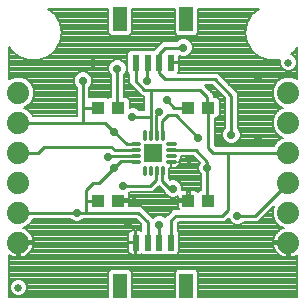
<source format=gtl>
G75*
%MOIN*%
%OFA0B0*%
%FSLAX25Y25*%
%IPPOS*%
%LPD*%
%AMOC8*
5,1,8,0,0,1.08239X$1,22.5*
%
%ADD10C,0.00886*%
%ADD11R,0.06299X0.06299*%
%ADD12R,0.04331X0.03937*%
%ADD13C,0.07400*%
%ADD14R,0.04724X0.07874*%
%ADD15R,0.02362X0.05315*%
%ADD16C,0.02500*%
%ADD17C,0.00800*%
%ADD18C,0.02900*%
%ADD19C,0.01000*%
D10*
X0212749Y0097841D02*
X0212749Y0100301D01*
X0213043Y0100301D01*
X0213043Y0097841D01*
X0212749Y0097841D01*
X0212749Y0098726D02*
X0213043Y0098726D01*
X0213043Y0099611D02*
X0212749Y0099611D01*
X0214718Y0100301D02*
X0214718Y0097841D01*
X0214718Y0100301D02*
X0215012Y0100301D01*
X0215012Y0097841D01*
X0214718Y0097841D01*
X0214718Y0098726D02*
X0215012Y0098726D01*
X0215012Y0099611D02*
X0214718Y0099611D01*
X0216686Y0100301D02*
X0216686Y0097841D01*
X0216686Y0100301D02*
X0216980Y0100301D01*
X0216980Y0097841D01*
X0216686Y0097841D01*
X0216686Y0098726D02*
X0216980Y0098726D01*
X0216980Y0099611D02*
X0216686Y0099611D01*
X0218655Y0100301D02*
X0218655Y0097841D01*
X0218655Y0100301D02*
X0218949Y0100301D01*
X0218949Y0097841D01*
X0218655Y0097841D01*
X0218655Y0098726D02*
X0218949Y0098726D01*
X0218949Y0099611D02*
X0218655Y0099611D01*
X0220493Y0102139D02*
X0222953Y0102139D01*
X0222953Y0101845D01*
X0220493Y0101845D01*
X0220493Y0102139D01*
X0220493Y0104108D02*
X0222953Y0104108D01*
X0222953Y0103814D01*
X0220493Y0103814D01*
X0220493Y0104108D01*
X0220493Y0106076D02*
X0222953Y0106076D01*
X0222953Y0105782D01*
X0220493Y0105782D01*
X0220493Y0106076D01*
X0220493Y0108045D02*
X0222953Y0108045D01*
X0222953Y0107751D01*
X0220493Y0107751D01*
X0220493Y0108045D01*
X0218949Y0109668D02*
X0218949Y0112128D01*
X0218949Y0109668D02*
X0218655Y0109668D01*
X0218655Y0112128D01*
X0218949Y0112128D01*
X0218949Y0110553D02*
X0218655Y0110553D01*
X0218655Y0111438D02*
X0218949Y0111438D01*
X0216980Y0112128D02*
X0216980Y0109668D01*
X0216686Y0109668D01*
X0216686Y0112128D01*
X0216980Y0112128D01*
X0216980Y0110553D02*
X0216686Y0110553D01*
X0216686Y0111438D02*
X0216980Y0111438D01*
X0215012Y0112128D02*
X0215012Y0109668D01*
X0214718Y0109668D01*
X0214718Y0112128D01*
X0215012Y0112128D01*
X0215012Y0110553D02*
X0214718Y0110553D01*
X0214718Y0111438D02*
X0215012Y0111438D01*
X0213043Y0112128D02*
X0213043Y0109668D01*
X0212749Y0109668D01*
X0212749Y0112128D01*
X0213043Y0112128D01*
X0213043Y0110553D02*
X0212749Y0110553D01*
X0212749Y0111438D02*
X0213043Y0111438D01*
X0211126Y0107790D02*
X0208666Y0107790D01*
X0208666Y0108084D01*
X0211126Y0108084D01*
X0211126Y0107790D01*
X0211126Y0105822D02*
X0208666Y0105822D01*
X0208666Y0106116D01*
X0211126Y0106116D01*
X0211126Y0105822D01*
X0211126Y0103853D02*
X0208666Y0103853D01*
X0208666Y0104147D01*
X0211126Y0104147D01*
X0211126Y0103853D01*
X0211126Y0101884D02*
X0208666Y0101884D01*
X0208666Y0102178D01*
X0211126Y0102178D01*
X0211126Y0101884D01*
D11*
X0215833Y0105000D03*
D12*
X0204180Y0120000D03*
X0197487Y0120000D03*
X0227487Y0120000D03*
X0234180Y0120000D03*
X0234180Y0089000D03*
X0227487Y0089000D03*
X0204180Y0089000D03*
X0197487Y0089000D03*
D13*
X0170833Y0085000D03*
X0170833Y0075000D03*
X0170833Y0095000D03*
X0170833Y0105000D03*
X0170833Y0115000D03*
X0170833Y0125000D03*
X0260833Y0125000D03*
X0260833Y0115000D03*
X0260833Y0105000D03*
X0260833Y0095000D03*
X0260833Y0085000D03*
X0260833Y0075000D03*
D14*
X0226857Y0060531D03*
X0204810Y0060531D03*
X0204810Y0149469D03*
X0226857Y0149469D03*
D15*
X0221739Y0135000D03*
X0217802Y0135000D03*
X0213865Y0135000D03*
X0209928Y0135000D03*
X0209928Y0075000D03*
X0213865Y0075000D03*
X0217802Y0075000D03*
X0221739Y0075000D03*
D16*
X0170833Y0060000D03*
X0260833Y0135000D03*
D17*
X0167833Y0070876D02*
X0167833Y0057000D01*
X0200848Y0057000D01*
X0200848Y0065131D01*
X0201785Y0066068D01*
X0207835Y0066068D01*
X0208772Y0065131D01*
X0208772Y0057000D01*
X0222895Y0057000D01*
X0222895Y0065131D01*
X0223832Y0066068D01*
X0229882Y0066068D01*
X0230819Y0065131D01*
X0230819Y0057000D01*
X0263833Y0057000D01*
X0263833Y0070876D01*
X0263506Y0070638D01*
X0262791Y0070274D01*
X0262028Y0070026D01*
X0261235Y0069900D01*
X0261233Y0069900D01*
X0261233Y0074600D01*
X0260433Y0074600D01*
X0255733Y0074600D01*
X0255733Y0074599D01*
X0255859Y0073806D01*
X0256107Y0073042D01*
X0256471Y0072327D01*
X0256943Y0071678D01*
X0257511Y0071110D01*
X0258160Y0070638D01*
X0258876Y0070274D01*
X0259639Y0070026D01*
X0260432Y0069900D01*
X0260433Y0069900D01*
X0260433Y0074600D01*
X0260433Y0075400D01*
X0255733Y0075400D01*
X0255733Y0075401D01*
X0255859Y0076194D01*
X0256107Y0076958D01*
X0256471Y0077673D01*
X0256943Y0078322D01*
X0257511Y0078890D01*
X0258160Y0079362D01*
X0258876Y0079726D01*
X0259346Y0079879D01*
X0257831Y0080507D01*
X0256340Y0081998D01*
X0255533Y0083946D01*
X0255533Y0086054D01*
X0256011Y0087208D01*
X0251933Y0083130D01*
X0250703Y0081900D01*
X0246047Y0081900D01*
X0245561Y0081414D01*
X0244440Y0080950D01*
X0243227Y0080950D01*
X0242106Y0081414D01*
X0241248Y0082272D01*
X0240904Y0083101D01*
X0239703Y0081900D01*
X0224203Y0081900D01*
X0223933Y0081630D01*
X0223933Y0078907D01*
X0224520Y0078320D01*
X0224520Y0071680D01*
X0223583Y0070743D01*
X0219895Y0070743D01*
X0219770Y0070867D01*
X0219646Y0070743D01*
X0215958Y0070743D01*
X0215833Y0070867D01*
X0215709Y0070743D01*
X0212021Y0070743D01*
X0211698Y0071066D01*
X0211649Y0071038D01*
X0211293Y0070943D01*
X0210118Y0070943D01*
X0210118Y0074809D01*
X0209737Y0074809D01*
X0209737Y0070943D01*
X0208562Y0070943D01*
X0208206Y0071038D01*
X0207887Y0071222D01*
X0207626Y0071483D01*
X0207442Y0071802D01*
X0207347Y0072158D01*
X0207347Y0074809D01*
X0209737Y0074809D01*
X0209737Y0075191D01*
X0209737Y0079057D01*
X0208562Y0079057D01*
X0208206Y0078962D01*
X0207887Y0078778D01*
X0207626Y0078517D01*
X0207442Y0078198D01*
X0207347Y0077842D01*
X0207347Y0075191D01*
X0209737Y0075191D01*
X0210118Y0075191D01*
X0210118Y0079057D01*
X0211293Y0079057D01*
X0211649Y0078962D01*
X0211698Y0078934D01*
X0211765Y0079001D01*
X0211765Y0081099D01*
X0209963Y0082900D01*
X0192547Y0082900D01*
X0192061Y0082414D01*
X0190940Y0081950D01*
X0189727Y0081950D01*
X0188606Y0082414D01*
X0188120Y0082900D01*
X0175700Y0082900D01*
X0175326Y0081998D01*
X0173836Y0080507D01*
X0172320Y0079879D01*
X0172791Y0079726D01*
X0173506Y0079362D01*
X0174156Y0078890D01*
X0174723Y0078322D01*
X0175195Y0077673D01*
X0175560Y0076958D01*
X0175808Y0076194D01*
X0175933Y0075401D01*
X0175933Y0075400D01*
X0171233Y0075400D01*
X0171233Y0074600D01*
X0171233Y0069900D01*
X0171235Y0069900D01*
X0172028Y0070026D01*
X0172791Y0070274D01*
X0173506Y0070638D01*
X0174156Y0071110D01*
X0174723Y0071678D01*
X0175195Y0072327D01*
X0175560Y0073042D01*
X0175808Y0073806D01*
X0175933Y0074599D01*
X0175933Y0074600D01*
X0171233Y0074600D01*
X0170433Y0074600D01*
X0170433Y0069900D01*
X0170432Y0069900D01*
X0169639Y0070026D01*
X0168876Y0070274D01*
X0168160Y0070638D01*
X0167833Y0070876D01*
X0167833Y0070172D02*
X0169189Y0070172D01*
X0170433Y0070172D02*
X0171233Y0070172D01*
X0171233Y0070970D02*
X0170433Y0070970D01*
X0170433Y0071769D02*
X0171233Y0071769D01*
X0171233Y0072567D02*
X0170433Y0072567D01*
X0170433Y0073366D02*
X0171233Y0073366D01*
X0171233Y0074164D02*
X0170433Y0074164D01*
X0171233Y0074963D02*
X0209737Y0074963D01*
X0209737Y0075761D02*
X0210118Y0075761D01*
X0210118Y0076560D02*
X0209737Y0076560D01*
X0209737Y0077358D02*
X0210118Y0077358D01*
X0210118Y0078157D02*
X0209737Y0078157D01*
X0209737Y0078955D02*
X0210118Y0078955D01*
X0211661Y0078955D02*
X0211719Y0078955D01*
X0211765Y0079754D02*
X0172706Y0079754D01*
X0173881Y0080552D02*
X0211765Y0080552D01*
X0211513Y0081351D02*
X0174680Y0081351D01*
X0175389Y0082149D02*
X0189245Y0082149D01*
X0191421Y0082149D02*
X0210714Y0082149D01*
X0213460Y0085343D02*
X0221707Y0085343D01*
X0221233Y0084870D02*
X0221233Y0084870D01*
X0222463Y0086100D01*
X0224273Y0086100D01*
X0224201Y0086172D01*
X0224017Y0086491D01*
X0223922Y0086847D01*
X0223922Y0088600D01*
X0227087Y0088600D01*
X0227087Y0089400D01*
X0227087Y0092368D01*
X0225373Y0092368D01*
X0225383Y0092393D01*
X0225383Y0093607D01*
X0224919Y0094728D01*
X0224061Y0095586D01*
X0222940Y0096050D01*
X0221727Y0096050D01*
X0221392Y0095911D01*
X0220902Y0096401D01*
X0220902Y0096904D01*
X0220992Y0096994D01*
X0220992Y0100002D01*
X0221723Y0100002D01*
X0221723Y0101770D01*
X0221723Y0101770D01*
X0221723Y0100002D01*
X0223196Y0100002D01*
X0223665Y0100127D01*
X0224085Y0100370D01*
X0224428Y0100713D01*
X0224671Y0101133D01*
X0224796Y0101602D01*
X0224796Y0101992D01*
X0224022Y0101992D01*
X0224796Y0101992D01*
X0224796Y0102382D01*
X0224715Y0102686D01*
X0224996Y0102967D01*
X0224996Y0103829D01*
X0229034Y0103829D01*
X0231215Y0101649D01*
X0230783Y0100607D01*
X0230783Y0099393D01*
X0231248Y0098272D01*
X0231733Y0097787D01*
X0231733Y0092568D01*
X0231352Y0092568D01*
X0230692Y0091909D01*
X0230512Y0092089D01*
X0230193Y0092273D01*
X0229837Y0092368D01*
X0227887Y0092368D01*
X0227887Y0089400D01*
X0227087Y0089400D01*
X0223922Y0089400D01*
X0223922Y0090357D01*
X0222940Y0089950D01*
X0221727Y0089950D01*
X0220606Y0090414D01*
X0219748Y0091272D01*
X0219505Y0091859D01*
X0219233Y0092130D01*
X0217932Y0093431D01*
X0217583Y0093780D01*
X0216933Y0093130D01*
X0215703Y0091900D01*
X0208047Y0091900D01*
X0207651Y0091504D01*
X0207745Y0091153D01*
X0207745Y0089400D01*
X0204580Y0089400D01*
X0204580Y0088600D01*
X0207745Y0088600D01*
X0207745Y0087100D01*
X0211703Y0087100D01*
X0212933Y0085870D01*
X0212933Y0085870D01*
X0215662Y0083142D01*
X0216106Y0083586D01*
X0217227Y0084050D01*
X0218440Y0084050D01*
X0219561Y0083586D01*
X0219755Y0083392D01*
X0220963Y0084600D01*
X0220963Y0084600D01*
X0221233Y0084870D01*
X0220908Y0084545D02*
X0214258Y0084545D01*
X0215057Y0083746D02*
X0216494Y0083746D01*
X0219173Y0083746D02*
X0220110Y0083746D01*
X0223933Y0081351D02*
X0242259Y0081351D01*
X0241371Y0082149D02*
X0239953Y0082149D01*
X0240751Y0082948D02*
X0240968Y0082948D01*
X0245408Y0081351D02*
X0256987Y0081351D01*
X0256277Y0082149D02*
X0250953Y0082149D01*
X0251751Y0082948D02*
X0255947Y0082948D01*
X0255616Y0083746D02*
X0252550Y0083746D01*
X0253348Y0084545D02*
X0255533Y0084545D01*
X0255533Y0085343D02*
X0254147Y0085343D01*
X0254945Y0086142D02*
X0255570Y0086142D01*
X0255744Y0086940D02*
X0255900Y0086940D01*
X0257786Y0080552D02*
X0223933Y0080552D01*
X0223933Y0079754D02*
X0258960Y0079754D01*
X0257601Y0078955D02*
X0223933Y0078955D01*
X0224520Y0078157D02*
X0256823Y0078157D01*
X0256311Y0077358D02*
X0224520Y0077358D01*
X0224520Y0076560D02*
X0255978Y0076560D01*
X0255790Y0075761D02*
X0224520Y0075761D01*
X0224520Y0074963D02*
X0260433Y0074963D01*
X0260433Y0074164D02*
X0261233Y0074164D01*
X0261233Y0073366D02*
X0260433Y0073366D01*
X0260433Y0072567D02*
X0261233Y0072567D01*
X0261233Y0071769D02*
X0260433Y0071769D01*
X0260433Y0070970D02*
X0261233Y0070970D01*
X0261233Y0070172D02*
X0260433Y0070172D01*
X0259189Y0070172D02*
X0172477Y0070172D01*
X0173963Y0070970D02*
X0208459Y0070970D01*
X0207461Y0071769D02*
X0174790Y0071769D01*
X0175318Y0072567D02*
X0207347Y0072567D01*
X0207347Y0073366D02*
X0175665Y0073366D01*
X0175865Y0074164D02*
X0207347Y0074164D01*
X0207347Y0075761D02*
X0175876Y0075761D01*
X0175689Y0076560D02*
X0207347Y0076560D01*
X0207347Y0077358D02*
X0175356Y0077358D01*
X0174844Y0078157D02*
X0207431Y0078157D01*
X0208195Y0078955D02*
X0174066Y0078955D01*
X0167833Y0069373D02*
X0263833Y0069373D01*
X0263833Y0068575D02*
X0167833Y0068575D01*
X0167833Y0067776D02*
X0263833Y0067776D01*
X0263833Y0066978D02*
X0167833Y0066978D01*
X0167833Y0066179D02*
X0263833Y0066179D01*
X0263833Y0065381D02*
X0230570Y0065381D01*
X0230819Y0064582D02*
X0263833Y0064582D01*
X0263833Y0063784D02*
X0230819Y0063784D01*
X0230819Y0062985D02*
X0263833Y0062985D01*
X0263833Y0062187D02*
X0230819Y0062187D01*
X0230819Y0061388D02*
X0263833Y0061388D01*
X0263833Y0060590D02*
X0230819Y0060590D01*
X0230819Y0059791D02*
X0263833Y0059791D01*
X0263833Y0058993D02*
X0230819Y0058993D01*
X0230819Y0058194D02*
X0263833Y0058194D01*
X0263833Y0057396D02*
X0230819Y0057396D01*
X0222895Y0057396D02*
X0208772Y0057396D01*
X0208772Y0058194D02*
X0222895Y0058194D01*
X0222895Y0058993D02*
X0208772Y0058993D01*
X0208772Y0059791D02*
X0222895Y0059791D01*
X0222895Y0060590D02*
X0208772Y0060590D01*
X0208772Y0061388D02*
X0222895Y0061388D01*
X0222895Y0062187D02*
X0208772Y0062187D01*
X0208772Y0062985D02*
X0222895Y0062985D01*
X0222895Y0063784D02*
X0208772Y0063784D01*
X0208772Y0064582D02*
X0222895Y0064582D01*
X0223144Y0065381D02*
X0208522Y0065381D01*
X0201097Y0065381D02*
X0167833Y0065381D01*
X0167833Y0064582D02*
X0200848Y0064582D01*
X0200848Y0063784D02*
X0167833Y0063784D01*
X0167833Y0062985D02*
X0200848Y0062985D01*
X0200848Y0062187D02*
X0172677Y0062187D01*
X0172448Y0062416D02*
X0171400Y0062850D01*
X0170266Y0062850D01*
X0169219Y0062416D01*
X0168417Y0061614D01*
X0167983Y0060567D01*
X0167983Y0059433D01*
X0168417Y0058386D01*
X0169219Y0057584D01*
X0170266Y0057150D01*
X0171400Y0057150D01*
X0172448Y0057584D01*
X0173249Y0058386D01*
X0173683Y0059433D01*
X0173683Y0060567D01*
X0173249Y0061614D01*
X0172448Y0062416D01*
X0173343Y0061388D02*
X0200848Y0061388D01*
X0200848Y0060590D02*
X0173674Y0060590D01*
X0173683Y0059791D02*
X0200848Y0059791D01*
X0200848Y0058993D02*
X0173501Y0058993D01*
X0173058Y0058194D02*
X0200848Y0058194D01*
X0200848Y0057396D02*
X0171993Y0057396D01*
X0169674Y0057396D02*
X0167833Y0057396D01*
X0167833Y0058194D02*
X0168609Y0058194D01*
X0168166Y0058993D02*
X0167833Y0058993D01*
X0167833Y0059791D02*
X0167983Y0059791D01*
X0167993Y0060590D02*
X0167833Y0060590D01*
X0167833Y0061388D02*
X0168323Y0061388D01*
X0167833Y0062187D02*
X0168989Y0062187D01*
X0209737Y0070970D02*
X0210118Y0070970D01*
X0210118Y0071769D02*
X0209737Y0071769D01*
X0209737Y0072567D02*
X0210118Y0072567D01*
X0210118Y0073366D02*
X0209737Y0073366D01*
X0209737Y0074164D02*
X0210118Y0074164D01*
X0211397Y0070970D02*
X0211793Y0070970D01*
X0223810Y0070970D02*
X0257703Y0070970D01*
X0256877Y0071769D02*
X0224520Y0071769D01*
X0224520Y0072567D02*
X0256349Y0072567D01*
X0256002Y0073366D02*
X0224520Y0073366D01*
X0224520Y0074164D02*
X0255802Y0074164D01*
X0262477Y0070172D02*
X0263833Y0070172D01*
X0227887Y0090134D02*
X0227087Y0090134D01*
X0227087Y0089336D02*
X0204580Y0089336D01*
X0207745Y0090134D02*
X0221281Y0090134D01*
X0220087Y0090933D02*
X0207745Y0090933D01*
X0207878Y0091732D02*
X0219557Y0091732D01*
X0218833Y0092530D02*
X0216333Y0092530D01*
X0217132Y0093329D02*
X0218035Y0093329D01*
X0220902Y0096523D02*
X0231733Y0096523D01*
X0231733Y0097321D02*
X0220992Y0097321D01*
X0220992Y0098120D02*
X0231400Y0098120D01*
X0230980Y0098918D02*
X0220992Y0098918D01*
X0220992Y0099717D02*
X0230783Y0099717D01*
X0230783Y0100515D02*
X0224230Y0100515D01*
X0224719Y0101314D02*
X0231076Y0101314D01*
X0230751Y0102112D02*
X0224796Y0102112D01*
X0224022Y0101992D02*
X0224022Y0101992D01*
X0224940Y0102911D02*
X0229953Y0102911D01*
X0229154Y0103709D02*
X0224996Y0103709D01*
X0221723Y0101314D02*
X0221723Y0101314D01*
X0221723Y0100515D02*
X0221723Y0100515D01*
X0223727Y0095724D02*
X0231733Y0095724D01*
X0231733Y0094926D02*
X0224721Y0094926D01*
X0225168Y0094127D02*
X0231733Y0094127D01*
X0231733Y0093329D02*
X0225383Y0093329D01*
X0225383Y0092530D02*
X0231313Y0092530D01*
X0227887Y0091732D02*
X0227087Y0091732D01*
X0227087Y0090933D02*
X0227887Y0090933D01*
X0223922Y0090134D02*
X0223385Y0090134D01*
X0223922Y0088537D02*
X0207745Y0088537D01*
X0207745Y0087739D02*
X0223922Y0087739D01*
X0223922Y0086940D02*
X0211863Y0086940D01*
X0212661Y0086142D02*
X0224231Y0086142D01*
X0236703Y0107100D02*
X0236280Y0107523D01*
X0236280Y0116431D01*
X0237008Y0116431D01*
X0237945Y0117369D01*
X0237945Y0122631D01*
X0237008Y0123568D01*
X0235933Y0123568D01*
X0235933Y0124370D01*
X0233433Y0126870D01*
X0232903Y0127400D01*
X0235463Y0127400D01*
X0239733Y0123130D01*
X0239733Y0113213D01*
X0239248Y0112728D01*
X0238783Y0111607D01*
X0238783Y0110393D01*
X0239248Y0109272D01*
X0240106Y0108414D01*
X0241227Y0107950D01*
X0242440Y0107950D01*
X0243561Y0108414D01*
X0244419Y0109272D01*
X0244883Y0110393D01*
X0244883Y0111607D01*
X0244419Y0112728D01*
X0243933Y0113213D01*
X0243933Y0124870D01*
X0242703Y0126100D01*
X0237203Y0131600D01*
X0224108Y0131600D01*
X0224225Y0131802D01*
X0224320Y0132158D01*
X0224320Y0134809D01*
X0221929Y0134809D01*
X0221929Y0135191D01*
X0224320Y0135191D01*
X0224320Y0137326D01*
X0225227Y0136950D01*
X0226440Y0136950D01*
X0227561Y0137414D01*
X0228419Y0138272D01*
X0228883Y0139393D01*
X0228883Y0140607D01*
X0228419Y0141728D01*
X0227561Y0142586D01*
X0226440Y0143050D01*
X0225227Y0143050D01*
X0224106Y0142586D01*
X0223620Y0142100D01*
X0218963Y0142100D01*
X0217733Y0140870D01*
X0216121Y0139257D01*
X0215958Y0139257D01*
X0215833Y0139133D01*
X0215709Y0139257D01*
X0212021Y0139257D01*
X0211896Y0139133D01*
X0211772Y0139257D01*
X0208084Y0139257D01*
X0207147Y0138320D01*
X0207147Y0131680D01*
X0207828Y0130999D01*
X0207828Y0128036D01*
X0211963Y0123900D01*
X0212765Y0123900D01*
X0212765Y0119100D01*
X0211047Y0119100D01*
X0210561Y0119586D01*
X0209440Y0120050D01*
X0208227Y0120050D01*
X0207945Y0119933D01*
X0207945Y0122631D01*
X0207008Y0123568D01*
X0205933Y0123568D01*
X0205933Y0130787D01*
X0206419Y0131272D01*
X0206883Y0132393D01*
X0206883Y0133607D01*
X0206419Y0134728D01*
X0205561Y0135586D01*
X0204440Y0136050D01*
X0203227Y0136050D01*
X0202106Y0135586D01*
X0201248Y0134728D01*
X0200783Y0133607D01*
X0200783Y0132393D01*
X0201248Y0131272D01*
X0201733Y0130787D01*
X0201733Y0123568D01*
X0201352Y0123568D01*
X0200833Y0123050D01*
X0200315Y0123568D01*
X0194659Y0123568D01*
X0194433Y0123343D01*
X0194433Y0126787D01*
X0194919Y0127272D01*
X0195383Y0128393D01*
X0195383Y0129607D01*
X0194919Y0130728D01*
X0194061Y0131586D01*
X0192940Y0132050D01*
X0191727Y0132050D01*
X0190606Y0131586D01*
X0189748Y0130728D01*
X0189283Y0129607D01*
X0189283Y0128393D01*
X0189748Y0127272D01*
X0190233Y0126787D01*
X0190233Y0117100D01*
X0175700Y0117100D01*
X0175326Y0118002D01*
X0173836Y0119493D01*
X0172612Y0120000D01*
X0173836Y0120507D01*
X0175326Y0121998D01*
X0176133Y0123946D01*
X0176133Y0126054D01*
X0175326Y0128002D01*
X0173836Y0129493D01*
X0171888Y0130300D01*
X0169779Y0130300D01*
X0167833Y0129494D01*
X0167833Y0140256D01*
X0168599Y0138930D01*
X0171112Y0136822D01*
X0174193Y0135700D01*
X0177473Y0135700D01*
X0180555Y0136822D01*
X0183067Y0138930D01*
X0183067Y0138930D01*
X0184707Y0141770D01*
X0184707Y0141770D01*
X0185277Y0145000D01*
X0184707Y0148230D01*
X0183067Y0151070D01*
X0180767Y0153000D01*
X0200848Y0153000D01*
X0200848Y0144869D01*
X0201785Y0143931D01*
X0207835Y0143931D01*
X0208772Y0144869D01*
X0208772Y0153000D01*
X0222895Y0153000D01*
X0222895Y0144869D01*
X0223832Y0143931D01*
X0229882Y0143931D01*
X0230819Y0144869D01*
X0230819Y0153000D01*
X0250899Y0153000D01*
X0248599Y0151070D01*
X0246959Y0148230D01*
X0246390Y0145000D01*
X0246959Y0141770D01*
X0248599Y0138930D01*
X0251112Y0136822D01*
X0254193Y0135700D01*
X0257473Y0135700D01*
X0258139Y0135942D01*
X0257983Y0135567D01*
X0257983Y0134433D01*
X0258417Y0133386D01*
X0259219Y0132584D01*
X0260266Y0132150D01*
X0261400Y0132150D01*
X0262448Y0132584D01*
X0263249Y0133386D01*
X0263683Y0134433D01*
X0263683Y0135567D01*
X0263249Y0136614D01*
X0262448Y0137416D01*
X0261655Y0137745D01*
X0263067Y0138930D01*
X0263833Y0140256D01*
X0263833Y0129494D01*
X0261888Y0130300D01*
X0259779Y0130300D01*
X0257831Y0129493D01*
X0256340Y0128002D01*
X0255533Y0126054D01*
X0255533Y0123946D01*
X0256340Y0121998D01*
X0257831Y0120507D01*
X0259055Y0120000D01*
X0257831Y0119493D01*
X0256340Y0118002D01*
X0255533Y0116054D01*
X0255533Y0113946D01*
X0256340Y0111998D01*
X0257831Y0110507D01*
X0259055Y0110000D01*
X0257831Y0109493D01*
X0256340Y0108002D01*
X0255966Y0107100D01*
X0236703Y0107100D01*
X0236280Y0107702D02*
X0256216Y0107702D01*
X0256838Y0108500D02*
X0243647Y0108500D01*
X0244430Y0109299D02*
X0257637Y0109299D01*
X0258820Y0110097D02*
X0244761Y0110097D01*
X0244883Y0110896D02*
X0257442Y0110896D01*
X0256644Y0111694D02*
X0244847Y0111694D01*
X0244516Y0112493D02*
X0256135Y0112493D01*
X0255804Y0113291D02*
X0243933Y0113291D01*
X0243933Y0114090D02*
X0255533Y0114090D01*
X0255533Y0114888D02*
X0243933Y0114888D01*
X0243933Y0115687D02*
X0255533Y0115687D01*
X0255712Y0116485D02*
X0243933Y0116485D01*
X0243933Y0117284D02*
X0256043Y0117284D01*
X0256420Y0118082D02*
X0243933Y0118082D01*
X0243933Y0118881D02*
X0257219Y0118881D01*
X0258281Y0119679D02*
X0243933Y0119679D01*
X0243933Y0120478D02*
X0257901Y0120478D01*
X0257062Y0121276D02*
X0243933Y0121276D01*
X0243933Y0122075D02*
X0256308Y0122075D01*
X0255977Y0122873D02*
X0243933Y0122873D01*
X0243933Y0123672D02*
X0255647Y0123672D01*
X0255533Y0124470D02*
X0243933Y0124470D01*
X0243534Y0125269D02*
X0255533Y0125269D01*
X0255539Y0126068D02*
X0242736Y0126068D01*
X0241937Y0126866D02*
X0255870Y0126866D01*
X0256200Y0127665D02*
X0241139Y0127665D01*
X0240340Y0128463D02*
X0256801Y0128463D01*
X0257600Y0129262D02*
X0239542Y0129262D01*
X0238743Y0130060D02*
X0259200Y0130060D01*
X0262467Y0130060D02*
X0263833Y0130060D01*
X0263833Y0130859D02*
X0237945Y0130859D01*
X0235997Y0126866D02*
X0233437Y0126866D01*
X0234236Y0126068D02*
X0236796Y0126068D01*
X0237594Y0125269D02*
X0235034Y0125269D01*
X0235833Y0124470D02*
X0238393Y0124470D01*
X0239191Y0123672D02*
X0235933Y0123672D01*
X0237703Y0122873D02*
X0239733Y0122873D01*
X0239733Y0122075D02*
X0237945Y0122075D01*
X0237945Y0121276D02*
X0239733Y0121276D01*
X0239733Y0120478D02*
X0237945Y0120478D01*
X0237945Y0119679D02*
X0239733Y0119679D01*
X0239733Y0118881D02*
X0237945Y0118881D01*
X0237945Y0118082D02*
X0239733Y0118082D01*
X0239733Y0117284D02*
X0237860Y0117284D01*
X0237062Y0116485D02*
X0239733Y0116485D01*
X0239733Y0115687D02*
X0236280Y0115687D01*
X0236280Y0114888D02*
X0239733Y0114888D01*
X0239733Y0114090D02*
X0236280Y0114090D01*
X0236280Y0113291D02*
X0239733Y0113291D01*
X0239150Y0112493D02*
X0236280Y0112493D01*
X0236280Y0111694D02*
X0238820Y0111694D01*
X0238783Y0110896D02*
X0236280Y0110896D01*
X0236280Y0110097D02*
X0238906Y0110097D01*
X0239237Y0109299D02*
X0236280Y0109299D01*
X0236280Y0108500D02*
X0240020Y0108500D01*
X0212765Y0119679D02*
X0210335Y0119679D01*
X0207945Y0120478D02*
X0212765Y0120478D01*
X0212765Y0121276D02*
X0207945Y0121276D01*
X0207945Y0122075D02*
X0212765Y0122075D01*
X0212765Y0122873D02*
X0207703Y0122873D01*
X0205933Y0123672D02*
X0212765Y0123672D01*
X0211393Y0124470D02*
X0205933Y0124470D01*
X0205933Y0125269D02*
X0210594Y0125269D01*
X0209796Y0126068D02*
X0205933Y0126068D01*
X0205933Y0126866D02*
X0208997Y0126866D01*
X0208199Y0127665D02*
X0205933Y0127665D01*
X0205933Y0128463D02*
X0207828Y0128463D01*
X0207828Y0129262D02*
X0205933Y0129262D01*
X0205933Y0130060D02*
X0207828Y0130060D01*
X0207828Y0130859D02*
X0206005Y0130859D01*
X0206578Y0131657D02*
X0207169Y0131657D01*
X0207147Y0132456D02*
X0206883Y0132456D01*
X0206883Y0133254D02*
X0207147Y0133254D01*
X0207147Y0134053D02*
X0206699Y0134053D01*
X0206296Y0134851D02*
X0207147Y0134851D01*
X0207147Y0135650D02*
X0205407Y0135650D01*
X0207147Y0136448D02*
X0179529Y0136448D01*
X0181061Y0137247D02*
X0207147Y0137247D01*
X0207147Y0138045D02*
X0182013Y0138045D01*
X0182965Y0138844D02*
X0207670Y0138844D01*
X0202260Y0135650D02*
X0167833Y0135650D01*
X0167833Y0136448D02*
X0172138Y0136448D01*
X0171112Y0136822D02*
X0171112Y0136822D01*
X0170605Y0137247D02*
X0167833Y0137247D01*
X0167833Y0138045D02*
X0169654Y0138045D01*
X0168702Y0138844D02*
X0167833Y0138844D01*
X0168599Y0138930D02*
X0168599Y0138930D01*
X0168188Y0139642D02*
X0167833Y0139642D01*
X0167833Y0134851D02*
X0201371Y0134851D01*
X0200968Y0134053D02*
X0167833Y0134053D01*
X0167833Y0133254D02*
X0200783Y0133254D01*
X0200783Y0132456D02*
X0167833Y0132456D01*
X0167833Y0131657D02*
X0190778Y0131657D01*
X0189879Y0130859D02*
X0167833Y0130859D01*
X0167833Y0130060D02*
X0169200Y0130060D01*
X0172467Y0130060D02*
X0189471Y0130060D01*
X0189283Y0129262D02*
X0174067Y0129262D01*
X0174866Y0128463D02*
X0189283Y0128463D01*
X0189585Y0127665D02*
X0175466Y0127665D01*
X0175797Y0126866D02*
X0190154Y0126866D01*
X0190233Y0126068D02*
X0176128Y0126068D01*
X0176133Y0125269D02*
X0190233Y0125269D01*
X0190233Y0124470D02*
X0176133Y0124470D01*
X0176020Y0123672D02*
X0190233Y0123672D01*
X0190233Y0122873D02*
X0175689Y0122873D01*
X0175358Y0122075D02*
X0190233Y0122075D01*
X0190233Y0121276D02*
X0174605Y0121276D01*
X0173766Y0120478D02*
X0190233Y0120478D01*
X0190233Y0119679D02*
X0173386Y0119679D01*
X0174448Y0118881D02*
X0190233Y0118881D01*
X0190233Y0118082D02*
X0175246Y0118082D01*
X0175624Y0117284D02*
X0190233Y0117284D01*
X0194433Y0123672D02*
X0201733Y0123672D01*
X0201733Y0124470D02*
X0194433Y0124470D01*
X0194433Y0125269D02*
X0201733Y0125269D01*
X0201733Y0126068D02*
X0194433Y0126068D01*
X0194513Y0126866D02*
X0201733Y0126866D01*
X0201733Y0127665D02*
X0195081Y0127665D01*
X0195383Y0128463D02*
X0201733Y0128463D01*
X0201733Y0129262D02*
X0195383Y0129262D01*
X0195196Y0130060D02*
X0201733Y0130060D01*
X0201661Y0130859D02*
X0194788Y0130859D01*
X0193889Y0131657D02*
X0201088Y0131657D01*
X0216506Y0139642D02*
X0183479Y0139642D01*
X0183940Y0140441D02*
X0217304Y0140441D01*
X0218103Y0141239D02*
X0184401Y0141239D01*
X0184754Y0142038D02*
X0218901Y0142038D01*
X0223330Y0144433D02*
X0208336Y0144433D01*
X0208772Y0145232D02*
X0222895Y0145232D01*
X0222895Y0146030D02*
X0208772Y0146030D01*
X0208772Y0146829D02*
X0222895Y0146829D01*
X0222895Y0147627D02*
X0208772Y0147627D01*
X0208772Y0148426D02*
X0222895Y0148426D01*
X0222895Y0149224D02*
X0208772Y0149224D01*
X0208772Y0150023D02*
X0222895Y0150023D01*
X0222895Y0150821D02*
X0208772Y0150821D01*
X0208772Y0151620D02*
X0222895Y0151620D01*
X0222895Y0152418D02*
X0208772Y0152418D01*
X0200848Y0152418D02*
X0181461Y0152418D01*
X0182412Y0151620D02*
X0200848Y0151620D01*
X0200848Y0150821D02*
X0183211Y0150821D01*
X0183067Y0151070D02*
X0183067Y0151070D01*
X0183672Y0150023D02*
X0200848Y0150023D01*
X0200848Y0149224D02*
X0184133Y0149224D01*
X0184594Y0148426D02*
X0200848Y0148426D01*
X0200848Y0147627D02*
X0184814Y0147627D01*
X0184707Y0148230D02*
X0184707Y0148230D01*
X0184954Y0146829D02*
X0200848Y0146829D01*
X0200848Y0146030D02*
X0185095Y0146030D01*
X0185236Y0145232D02*
X0200848Y0145232D01*
X0201283Y0144433D02*
X0185177Y0144433D01*
X0185277Y0145000D02*
X0185277Y0145000D01*
X0185036Y0143635D02*
X0246631Y0143635D01*
X0246490Y0144433D02*
X0230384Y0144433D01*
X0230819Y0145232D02*
X0246431Y0145232D01*
X0246390Y0145000D02*
X0246390Y0145000D01*
X0246572Y0146030D02*
X0230819Y0146030D01*
X0230819Y0146829D02*
X0246712Y0146829D01*
X0246853Y0147627D02*
X0230819Y0147627D01*
X0230819Y0148426D02*
X0247073Y0148426D01*
X0246959Y0148230D02*
X0246959Y0148230D01*
X0247534Y0149224D02*
X0230819Y0149224D01*
X0230819Y0150023D02*
X0247995Y0150023D01*
X0248456Y0150821D02*
X0230819Y0150821D01*
X0230819Y0151620D02*
X0249254Y0151620D01*
X0248599Y0151070D02*
X0248599Y0151070D01*
X0248599Y0151070D01*
X0250206Y0152418D02*
X0230819Y0152418D01*
X0226956Y0142836D02*
X0246771Y0142836D01*
X0246912Y0142038D02*
X0228109Y0142038D01*
X0228621Y0141239D02*
X0247266Y0141239D01*
X0246959Y0141770D02*
X0246959Y0141770D01*
X0247727Y0140441D02*
X0228883Y0140441D01*
X0228883Y0139642D02*
X0248188Y0139642D01*
X0248599Y0138930D02*
X0248599Y0138930D01*
X0248702Y0138844D02*
X0228656Y0138844D01*
X0228192Y0138045D02*
X0249654Y0138045D01*
X0250605Y0137247D02*
X0227156Y0137247D01*
X0224510Y0137247D02*
X0224320Y0137247D01*
X0224320Y0136448D02*
X0252138Y0136448D01*
X0251112Y0136822D02*
X0251112Y0136822D01*
X0258018Y0135650D02*
X0224320Y0135650D01*
X0224320Y0134053D02*
X0258141Y0134053D01*
X0257983Y0134851D02*
X0221929Y0134851D01*
X0224320Y0133254D02*
X0258549Y0133254D01*
X0259529Y0132456D02*
X0224320Y0132456D01*
X0224141Y0131657D02*
X0263833Y0131657D01*
X0263833Y0132456D02*
X0262138Y0132456D01*
X0263118Y0133254D02*
X0263833Y0133254D01*
X0263833Y0134053D02*
X0263526Y0134053D01*
X0263683Y0134851D02*
X0263833Y0134851D01*
X0263833Y0135650D02*
X0263649Y0135650D01*
X0263833Y0136448D02*
X0263318Y0136448D01*
X0263833Y0137247D02*
X0262617Y0137247D01*
X0262013Y0138045D02*
X0263833Y0138045D01*
X0263833Y0138844D02*
X0262965Y0138844D01*
X0263067Y0138930D02*
X0263067Y0138930D01*
X0263067Y0138930D01*
X0263479Y0139642D02*
X0263833Y0139642D01*
X0224711Y0142836D02*
X0184895Y0142836D01*
X0177473Y0135700D02*
X0177473Y0135700D01*
D18*
X0192333Y0129000D03*
X0195833Y0135000D03*
X0203833Y0133000D03*
X0213833Y0129000D03*
X0220333Y0122500D03*
X0217833Y0118500D03*
X0208833Y0117000D03*
X0202833Y0112000D03*
X0200833Y0103500D03*
X0202833Y0100000D03*
X0205833Y0094000D03*
X0209333Y0088500D03*
X0222333Y0093000D03*
X0233833Y0100000D03*
X0227833Y0103000D03*
X0230833Y0110000D03*
X0237833Y0109000D03*
X0241833Y0111000D03*
X0250833Y0110000D03*
X0250833Y0130000D03*
X0225833Y0140000D03*
X0190333Y0085000D03*
X0207333Y0081000D03*
X0217833Y0081000D03*
X0243833Y0084000D03*
D19*
X0249833Y0084000D01*
X0260833Y0095000D01*
X0260833Y0105000D02*
X0240833Y0105000D01*
X0240833Y0086000D01*
X0238833Y0084000D01*
X0223333Y0084000D01*
X0221833Y0082500D01*
X0221833Y0075094D01*
X0221739Y0075000D01*
X0217833Y0075031D02*
X0217833Y0081000D01*
X0213865Y0081969D02*
X0210833Y0085000D01*
X0193333Y0085000D01*
X0193333Y0089000D01*
X0193333Y0092500D01*
X0195833Y0095000D01*
X0197833Y0095000D01*
X0202833Y0100000D01*
X0204865Y0102031D01*
X0209896Y0102031D01*
X0209896Y0104000D02*
X0201333Y0104000D01*
X0200833Y0103500D01*
X0201054Y0103720D01*
X0202865Y0105969D02*
X0201833Y0107000D01*
X0179333Y0107000D01*
X0177333Y0105000D01*
X0170833Y0105000D01*
X0170833Y0115000D02*
X0192333Y0115000D01*
X0192333Y0120000D01*
X0197487Y0120000D01*
X0197333Y0120154D01*
X0192333Y0120000D02*
X0192333Y0129000D01*
X0203833Y0133000D02*
X0203833Y0120346D01*
X0204180Y0120000D01*
X0208833Y0117000D02*
X0214865Y0117000D01*
X0214865Y0115000D01*
X0214865Y0110898D01*
X0216833Y0110898D02*
X0216833Y0117500D01*
X0217833Y0118500D01*
X0217113Y0117780D01*
X0214865Y0117000D02*
X0214865Y0126000D01*
X0212833Y0126000D01*
X0209928Y0128906D01*
X0209928Y0135000D01*
X0209833Y0134906D01*
X0213833Y0134969D02*
X0213833Y0129000D01*
X0217833Y0131500D02*
X0219833Y0129500D01*
X0236333Y0129500D01*
X0241833Y0124000D01*
X0241833Y0111000D01*
X0235833Y0105000D02*
X0234180Y0106654D01*
X0234180Y0120000D01*
X0233833Y0120346D01*
X0233833Y0123500D01*
X0231333Y0126000D01*
X0214865Y0126000D01*
X0220333Y0122500D02*
X0222833Y0120000D01*
X0227487Y0120000D01*
X0223333Y0117500D02*
X0230833Y0110000D01*
X0229904Y0105929D02*
X0221723Y0105929D01*
X0229904Y0105929D02*
X0233833Y0102000D01*
X0233833Y0100000D01*
X0233833Y0089346D01*
X0234180Y0089000D01*
X0222333Y0093000D02*
X0221333Y0093000D01*
X0218802Y0095531D01*
X0218802Y0099071D01*
X0216833Y0099071D02*
X0216833Y0096000D01*
X0214833Y0094000D01*
X0205833Y0094000D01*
X0197487Y0089000D02*
X0193333Y0089000D01*
X0193333Y0085000D02*
X0190333Y0085000D01*
X0170833Y0085000D01*
X0202487Y0099654D02*
X0202833Y0100000D01*
X0203995Y0101161D01*
X0202865Y0105969D02*
X0209896Y0105969D01*
X0209896Y0107937D02*
X0206896Y0107937D01*
X0202833Y0112000D01*
X0199833Y0115000D01*
X0192333Y0115000D01*
X0218802Y0115469D02*
X0218802Y0110898D01*
X0218802Y0115469D02*
X0220833Y0117500D01*
X0223333Y0117500D01*
X0235833Y0105000D02*
X0240833Y0105000D01*
X0213865Y0081969D02*
X0213865Y0075000D01*
X0213833Y0075031D01*
X0209928Y0075000D02*
X0209833Y0075094D01*
X0217802Y0075000D02*
X0217833Y0075031D01*
X0217833Y0131500D02*
X0217833Y0134969D01*
X0217802Y0135000D01*
X0217802Y0137969D01*
X0219833Y0140000D01*
X0225833Y0140000D01*
X0213865Y0135000D02*
X0213833Y0134969D01*
M02*

</source>
